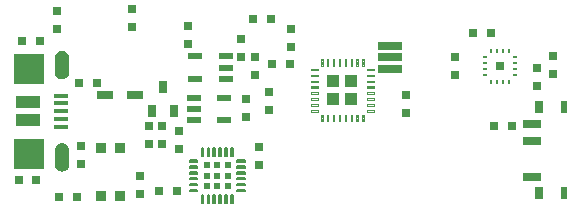
<source format=gbr>
G04 EAGLE Gerber RS-274X export*
G75*
%MOMM*%
%FSLAX34Y34*%
%LPD*%
%INSolderpaste Top*%
%IPPOS*%
%AMOC8*
5,1,8,0,0,1.08239X$1,22.5*%
G01*
%ADD10R,0.800000X0.800000*%
%ADD11R,1.200000X0.550000*%
%ADD12R,1.350000X0.800000*%
%ADD13R,0.900000X0.900000*%
%ADD14R,0.600000X0.600000*%
%ADD15C,0.140000*%
%ADD16R,2.500000X2.500000*%
%ADD17R,1.250000X0.300000*%
%ADD18R,2.000000X1.000000*%
%ADD19R,0.635000X1.016000*%
%ADD20R,1.016000X1.016000*%
%ADD21C,0.125000*%
%ADD22R,1.500000X0.700000*%
%ADD23R,0.600000X1.000000*%
%ADD24R,0.800000X1.000000*%
%ADD25R,0.711200X0.711200*%
%ADD26R,0.250000X0.400000*%
%ADD27R,0.400000X0.250000*%
%ADD28R,2.000000X0.700000*%

G36*
X48468Y141173D02*
X48468Y141173D01*
X49742Y141373D01*
X49789Y141390D01*
X49879Y141411D01*
X51075Y141889D01*
X51118Y141916D01*
X51201Y141956D01*
X52261Y142688D01*
X52297Y142724D01*
X52368Y142782D01*
X53239Y143732D01*
X53266Y143774D01*
X53323Y143847D01*
X53960Y144967D01*
X53977Y145014D01*
X54016Y145097D01*
X54389Y146331D01*
X54394Y146381D01*
X54414Y146471D01*
X54503Y147756D01*
X54501Y147776D01*
X54504Y147800D01*
X54504Y158800D01*
X54502Y158815D01*
X54503Y158835D01*
X54442Y159961D01*
X54431Y160008D01*
X54423Y160084D01*
X54142Y161177D01*
X54122Y161221D01*
X54100Y161294D01*
X53612Y162311D01*
X53584Y162350D01*
X53547Y162417D01*
X52870Y163320D01*
X52835Y163353D01*
X52786Y163411D01*
X51946Y164164D01*
X51905Y164190D01*
X51845Y164238D01*
X50874Y164812D01*
X50829Y164829D01*
X50762Y164865D01*
X49697Y165239D01*
X49650Y165247D01*
X49577Y165269D01*
X48460Y165428D01*
X48432Y165427D01*
X48280Y165428D01*
X47164Y165269D01*
X47118Y165254D01*
X47043Y165239D01*
X45978Y164865D01*
X45936Y164841D01*
X45866Y164812D01*
X44895Y164238D01*
X44858Y164206D01*
X44794Y164164D01*
X43954Y163411D01*
X43925Y163374D01*
X43870Y163320D01*
X43193Y162417D01*
X43171Y162374D01*
X43128Y162311D01*
X42640Y161294D01*
X42627Y161247D01*
X42598Y161177D01*
X42317Y160084D01*
X42314Y160036D01*
X42298Y159961D01*
X42237Y158835D01*
X42239Y158819D01*
X42236Y158800D01*
X42236Y147800D01*
X42239Y147785D01*
X42237Y147765D01*
X42298Y146639D01*
X42310Y146592D01*
X42317Y146516D01*
X42598Y145423D01*
X42618Y145379D01*
X42640Y145306D01*
X43128Y144289D01*
X43157Y144250D01*
X43193Y144183D01*
X43870Y143280D01*
X43905Y143247D01*
X43954Y143189D01*
X44794Y142436D01*
X44835Y142410D01*
X44895Y142362D01*
X45866Y141788D01*
X45911Y141771D01*
X45978Y141735D01*
X47043Y141361D01*
X47090Y141353D01*
X47164Y141331D01*
X48280Y141172D01*
X48281Y141172D01*
X48468Y141173D01*
G37*
G36*
X48468Y63173D02*
X48468Y63173D01*
X49742Y63373D01*
X49789Y63390D01*
X49879Y63411D01*
X51075Y63889D01*
X51118Y63916D01*
X51201Y63956D01*
X52261Y64688D01*
X52297Y64724D01*
X52368Y64782D01*
X53239Y65732D01*
X53266Y65774D01*
X53323Y65847D01*
X53960Y66967D01*
X53977Y67014D01*
X54016Y67097D01*
X54389Y68331D01*
X54394Y68381D01*
X54414Y68471D01*
X54503Y69756D01*
X54501Y69776D01*
X54504Y69800D01*
X54504Y80800D01*
X54502Y80815D01*
X54503Y80835D01*
X54442Y81961D01*
X54431Y82008D01*
X54423Y82084D01*
X54142Y83177D01*
X54122Y83221D01*
X54100Y83294D01*
X53612Y84311D01*
X53584Y84350D01*
X53547Y84417D01*
X52870Y85320D01*
X52835Y85353D01*
X52786Y85411D01*
X51946Y86164D01*
X51905Y86190D01*
X51845Y86238D01*
X50874Y86812D01*
X50829Y86829D01*
X50762Y86865D01*
X49697Y87239D01*
X49650Y87247D01*
X49577Y87269D01*
X48460Y87428D01*
X48432Y87427D01*
X48280Y87428D01*
X47164Y87269D01*
X47118Y87254D01*
X47043Y87239D01*
X45978Y86865D01*
X45936Y86841D01*
X45866Y86812D01*
X44895Y86238D01*
X44858Y86206D01*
X44794Y86164D01*
X43954Y85411D01*
X43925Y85374D01*
X43870Y85320D01*
X43193Y84417D01*
X43171Y84374D01*
X43128Y84311D01*
X42640Y83294D01*
X42627Y83247D01*
X42598Y83177D01*
X42317Y82084D01*
X42314Y82036D01*
X42298Y81961D01*
X42237Y80835D01*
X42239Y80819D01*
X42236Y80800D01*
X42236Y69800D01*
X42239Y69785D01*
X42237Y69765D01*
X42298Y68639D01*
X42310Y68592D01*
X42317Y68516D01*
X42598Y67423D01*
X42618Y67379D01*
X42640Y67306D01*
X43128Y66289D01*
X43157Y66250D01*
X43193Y66183D01*
X43870Y65280D01*
X43905Y65247D01*
X43954Y65189D01*
X44794Y64436D01*
X44835Y64410D01*
X44895Y64362D01*
X45866Y63788D01*
X45911Y63771D01*
X45978Y63735D01*
X47043Y63361D01*
X47090Y63353D01*
X47164Y63331D01*
X48280Y63172D01*
X48281Y63172D01*
X48468Y63173D01*
G37*
D10*
X200260Y160070D03*
X200260Y175310D03*
D11*
X186991Y141630D03*
X186991Y151130D03*
X186991Y160630D03*
X160989Y160630D03*
X160989Y141630D03*
D12*
X84455Y128270D03*
X109855Y128270D03*
D11*
X159719Y125705D03*
X159719Y116205D03*
X159719Y106705D03*
X185721Y106705D03*
X185721Y125705D03*
D10*
X11550Y55880D03*
X26550Y55880D03*
X45720Y41910D03*
X60960Y41910D03*
X154940Y186690D03*
X154940Y171450D03*
D13*
X97535Y42365D03*
X97535Y83365D03*
X81535Y42365D03*
X81535Y83365D03*
D10*
X29725Y173355D03*
X14725Y173355D03*
X44450Y199390D03*
X44450Y184150D03*
D14*
X170705Y50690D03*
X179705Y59690D03*
X170705Y59690D03*
X170705Y68690D03*
X188705Y68690D03*
X188705Y50690D03*
X188705Y59690D03*
X179705Y68690D03*
X179705Y50690D03*
D15*
X163005Y72890D02*
X156405Y72890D01*
X163005Y72890D02*
X163005Y71490D01*
X156405Y71490D01*
X156405Y72890D01*
X156405Y72820D02*
X163005Y72820D01*
X163005Y67890D02*
X156405Y67890D01*
X163005Y67890D02*
X163005Y66490D01*
X156405Y66490D01*
X156405Y67890D01*
X156405Y67820D02*
X163005Y67820D01*
X163005Y62890D02*
X156405Y62890D01*
X163005Y62890D02*
X163005Y61490D01*
X156405Y61490D01*
X156405Y62890D01*
X156405Y62820D02*
X163005Y62820D01*
X163005Y57890D02*
X156405Y57890D01*
X163005Y57890D02*
X163005Y56490D01*
X156405Y56490D01*
X156405Y57890D01*
X156405Y57820D02*
X163005Y57820D01*
X163005Y52890D02*
X156405Y52890D01*
X163005Y52890D02*
X163005Y51490D01*
X156405Y51490D01*
X156405Y52890D01*
X156405Y52820D02*
X163005Y52820D01*
X163005Y47890D02*
X156405Y47890D01*
X163005Y47890D02*
X163005Y46490D01*
X156405Y46490D01*
X156405Y47890D01*
X156405Y47820D02*
X163005Y47820D01*
X167905Y42990D02*
X167905Y36390D01*
X166505Y36390D01*
X166505Y42990D01*
X167905Y42990D01*
X167905Y37720D02*
X166505Y37720D01*
X166505Y39050D02*
X167905Y39050D01*
X167905Y40380D02*
X166505Y40380D01*
X166505Y41710D02*
X167905Y41710D01*
X172905Y42990D02*
X172905Y36390D01*
X171505Y36390D01*
X171505Y42990D01*
X172905Y42990D01*
X172905Y37720D02*
X171505Y37720D01*
X171505Y39050D02*
X172905Y39050D01*
X172905Y40380D02*
X171505Y40380D01*
X171505Y41710D02*
X172905Y41710D01*
X177905Y42990D02*
X177905Y36390D01*
X176505Y36390D01*
X176505Y42990D01*
X177905Y42990D01*
X177905Y37720D02*
X176505Y37720D01*
X176505Y39050D02*
X177905Y39050D01*
X177905Y40380D02*
X176505Y40380D01*
X176505Y41710D02*
X177905Y41710D01*
X182905Y42990D02*
X182905Y36390D01*
X181505Y36390D01*
X181505Y42990D01*
X182905Y42990D01*
X182905Y37720D02*
X181505Y37720D01*
X181505Y39050D02*
X182905Y39050D01*
X182905Y40380D02*
X181505Y40380D01*
X181505Y41710D02*
X182905Y41710D01*
X187905Y42990D02*
X187905Y36390D01*
X186505Y36390D01*
X186505Y42990D01*
X187905Y42990D01*
X187905Y37720D02*
X186505Y37720D01*
X186505Y39050D02*
X187905Y39050D01*
X187905Y40380D02*
X186505Y40380D01*
X186505Y41710D02*
X187905Y41710D01*
X192905Y42990D02*
X192905Y36390D01*
X191505Y36390D01*
X191505Y42990D01*
X192905Y42990D01*
X192905Y37720D02*
X191505Y37720D01*
X191505Y39050D02*
X192905Y39050D01*
X192905Y40380D02*
X191505Y40380D01*
X191505Y41710D02*
X192905Y41710D01*
X196405Y46490D02*
X203005Y46490D01*
X196405Y46490D02*
X196405Y47890D01*
X203005Y47890D01*
X203005Y46490D01*
X203005Y47820D02*
X196405Y47820D01*
X196405Y51490D02*
X203005Y51490D01*
X196405Y51490D02*
X196405Y52890D01*
X203005Y52890D01*
X203005Y51490D01*
X203005Y52820D02*
X196405Y52820D01*
X196405Y56490D02*
X203005Y56490D01*
X196405Y56490D02*
X196405Y57890D01*
X203005Y57890D01*
X203005Y56490D01*
X203005Y57820D02*
X196405Y57820D01*
X196405Y61490D02*
X203005Y61490D01*
X196405Y61490D02*
X196405Y62890D01*
X203005Y62890D01*
X203005Y61490D01*
X203005Y62820D02*
X196405Y62820D01*
X196405Y66490D02*
X203005Y66490D01*
X196405Y66490D02*
X196405Y67890D01*
X203005Y67890D01*
X203005Y66490D01*
X203005Y67820D02*
X196405Y67820D01*
X196405Y71490D02*
X203005Y71490D01*
X196405Y71490D02*
X196405Y72890D01*
X203005Y72890D01*
X203005Y71490D01*
X203005Y72820D02*
X196405Y72820D01*
X191505Y76390D02*
X191505Y82990D01*
X192905Y82990D01*
X192905Y76390D01*
X191505Y76390D01*
X191505Y77720D02*
X192905Y77720D01*
X192905Y79050D02*
X191505Y79050D01*
X191505Y80380D02*
X192905Y80380D01*
X192905Y81710D02*
X191505Y81710D01*
X186505Y82990D02*
X186505Y76390D01*
X186505Y82990D02*
X187905Y82990D01*
X187905Y76390D01*
X186505Y76390D01*
X186505Y77720D02*
X187905Y77720D01*
X187905Y79050D02*
X186505Y79050D01*
X186505Y80380D02*
X187905Y80380D01*
X187905Y81710D02*
X186505Y81710D01*
X181505Y82990D02*
X181505Y76390D01*
X181505Y82990D02*
X182905Y82990D01*
X182905Y76390D01*
X181505Y76390D01*
X181505Y77720D02*
X182905Y77720D01*
X182905Y79050D02*
X181505Y79050D01*
X181505Y80380D02*
X182905Y80380D01*
X182905Y81710D02*
X181505Y81710D01*
X176505Y82990D02*
X176505Y76390D01*
X176505Y82990D02*
X177905Y82990D01*
X177905Y76390D01*
X176505Y76390D01*
X176505Y77720D02*
X177905Y77720D01*
X177905Y79050D02*
X176505Y79050D01*
X176505Y80380D02*
X177905Y80380D01*
X177905Y81710D02*
X176505Y81710D01*
X171505Y82990D02*
X171505Y76390D01*
X171505Y82990D02*
X172905Y82990D01*
X172905Y76390D01*
X171505Y76390D01*
X171505Y77720D02*
X172905Y77720D01*
X172905Y79050D02*
X171505Y79050D01*
X171505Y80380D02*
X172905Y80380D01*
X172905Y81710D02*
X171505Y81710D01*
X166505Y82990D02*
X166505Y76390D01*
X166505Y82990D02*
X167905Y82990D01*
X167905Y76390D01*
X166505Y76390D01*
X166505Y77720D02*
X167905Y77720D01*
X167905Y79050D02*
X166505Y79050D01*
X166505Y80380D02*
X167905Y80380D01*
X167905Y81710D02*
X166505Y81710D01*
D16*
X20370Y150300D03*
X20370Y78300D03*
D17*
X47120Y127300D03*
X47120Y120800D03*
X47120Y114300D03*
X47120Y107800D03*
X47120Y101300D03*
D18*
X19370Y121800D03*
X19370Y106800D03*
D10*
X225425Y192405D03*
X210185Y192405D03*
X64770Y69723D03*
X64770Y84963D03*
D19*
X124485Y114460D03*
X143485Y114460D03*
X133985Y134460D03*
D10*
X211455Y160020D03*
X211455Y144780D03*
X114300Y59055D03*
X114300Y43815D03*
X204470Y109220D03*
X204470Y124460D03*
X339725Y113030D03*
X339725Y128270D03*
X226060Y154305D03*
X241300Y154305D03*
X241935Y183515D03*
X241935Y168275D03*
D20*
X293370Y124460D03*
X278130Y124460D03*
X293370Y139700D03*
X278130Y139700D03*
D21*
X306375Y115205D02*
X312125Y115205D01*
X312125Y113955D01*
X306375Y113955D01*
X306375Y115205D01*
X306375Y115142D02*
X312125Y115142D01*
X312125Y120205D02*
X306375Y120205D01*
X312125Y120205D02*
X312125Y118955D01*
X306375Y118955D01*
X306375Y120205D01*
X306375Y120142D02*
X312125Y120142D01*
X312125Y125205D02*
X306375Y125205D01*
X312125Y125205D02*
X312125Y123955D01*
X306375Y123955D01*
X306375Y125205D01*
X306375Y125142D02*
X312125Y125142D01*
X312125Y130205D02*
X306375Y130205D01*
X312125Y130205D02*
X312125Y128955D01*
X306375Y128955D01*
X306375Y130205D01*
X306375Y130142D02*
X312125Y130142D01*
X312125Y135205D02*
X306375Y135205D01*
X312125Y135205D02*
X312125Y133955D01*
X306375Y133955D01*
X306375Y135205D01*
X306375Y135142D02*
X312125Y135142D01*
X312125Y140205D02*
X306375Y140205D01*
X312125Y140205D02*
X312125Y138955D01*
X306375Y138955D01*
X306375Y140205D01*
X306375Y140142D02*
X312125Y140142D01*
X312125Y145205D02*
X306375Y145205D01*
X312125Y145205D02*
X312125Y143955D01*
X306375Y143955D01*
X306375Y145205D01*
X306375Y145142D02*
X312125Y145142D01*
X312125Y150205D02*
X306375Y150205D01*
X312125Y150205D02*
X312125Y148955D01*
X306375Y148955D01*
X306375Y150205D01*
X306375Y150142D02*
X312125Y150142D01*
X303875Y158455D02*
X302625Y158455D01*
X303875Y158455D02*
X303875Y152705D01*
X302625Y152705D01*
X302625Y158455D01*
X302625Y153892D02*
X303875Y153892D01*
X303875Y155079D02*
X302625Y155079D01*
X302625Y156266D02*
X303875Y156266D01*
X303875Y157453D02*
X302625Y157453D01*
X298875Y158455D02*
X297625Y158455D01*
X298875Y158455D02*
X298875Y152705D01*
X297625Y152705D01*
X297625Y158455D01*
X297625Y153892D02*
X298875Y153892D01*
X298875Y155079D02*
X297625Y155079D01*
X297625Y156266D02*
X298875Y156266D01*
X298875Y157453D02*
X297625Y157453D01*
X293875Y158455D02*
X292625Y158455D01*
X293875Y158455D02*
X293875Y152705D01*
X292625Y152705D01*
X292625Y158455D01*
X292625Y153892D02*
X293875Y153892D01*
X293875Y155079D02*
X292625Y155079D01*
X292625Y156266D02*
X293875Y156266D01*
X293875Y157453D02*
X292625Y157453D01*
X288875Y158455D02*
X287625Y158455D01*
X288875Y158455D02*
X288875Y152705D01*
X287625Y152705D01*
X287625Y158455D01*
X287625Y153892D02*
X288875Y153892D01*
X288875Y155079D02*
X287625Y155079D01*
X287625Y156266D02*
X288875Y156266D01*
X288875Y157453D02*
X287625Y157453D01*
X283875Y158455D02*
X282625Y158455D01*
X283875Y158455D02*
X283875Y152705D01*
X282625Y152705D01*
X282625Y158455D01*
X282625Y153892D02*
X283875Y153892D01*
X283875Y155079D02*
X282625Y155079D01*
X282625Y156266D02*
X283875Y156266D01*
X283875Y157453D02*
X282625Y157453D01*
X278875Y158455D02*
X277625Y158455D01*
X278875Y158455D02*
X278875Y152705D01*
X277625Y152705D01*
X277625Y158455D01*
X277625Y153892D02*
X278875Y153892D01*
X278875Y155079D02*
X277625Y155079D01*
X277625Y156266D02*
X278875Y156266D01*
X278875Y157453D02*
X277625Y157453D01*
X273875Y158455D02*
X272625Y158455D01*
X273875Y158455D02*
X273875Y152705D01*
X272625Y152705D01*
X272625Y158455D01*
X272625Y153892D02*
X273875Y153892D01*
X273875Y155079D02*
X272625Y155079D01*
X272625Y156266D02*
X273875Y156266D01*
X273875Y157453D02*
X272625Y157453D01*
X268875Y158455D02*
X267625Y158455D01*
X268875Y158455D02*
X268875Y152705D01*
X267625Y152705D01*
X267625Y158455D01*
X267625Y153892D02*
X268875Y153892D01*
X268875Y155079D02*
X267625Y155079D01*
X267625Y156266D02*
X268875Y156266D01*
X268875Y157453D02*
X267625Y157453D01*
X265125Y150205D02*
X259375Y150205D01*
X265125Y150205D02*
X265125Y148955D01*
X259375Y148955D01*
X259375Y150205D01*
X259375Y150142D02*
X265125Y150142D01*
X265125Y145205D02*
X259375Y145205D01*
X265125Y145205D02*
X265125Y143955D01*
X259375Y143955D01*
X259375Y145205D01*
X259375Y145142D02*
X265125Y145142D01*
X265125Y140205D02*
X259375Y140205D01*
X265125Y140205D02*
X265125Y138955D01*
X259375Y138955D01*
X259375Y140205D01*
X259375Y140142D02*
X265125Y140142D01*
X265125Y135205D02*
X259375Y135205D01*
X265125Y135205D02*
X265125Y133955D01*
X259375Y133955D01*
X259375Y135205D01*
X259375Y135142D02*
X265125Y135142D01*
X265125Y130205D02*
X259375Y130205D01*
X265125Y130205D02*
X265125Y128955D01*
X259375Y128955D01*
X259375Y130205D01*
X259375Y130142D02*
X265125Y130142D01*
X265125Y125205D02*
X259375Y125205D01*
X265125Y125205D02*
X265125Y123955D01*
X259375Y123955D01*
X259375Y125205D01*
X259375Y125142D02*
X265125Y125142D01*
X265125Y120205D02*
X259375Y120205D01*
X265125Y120205D02*
X265125Y118955D01*
X259375Y118955D01*
X259375Y120205D01*
X259375Y120142D02*
X265125Y120142D01*
X265125Y115205D02*
X259375Y115205D01*
X265125Y115205D02*
X265125Y113955D01*
X259375Y113955D01*
X259375Y115205D01*
X259375Y115142D02*
X265125Y115142D01*
X267625Y111455D02*
X268875Y111455D01*
X268875Y105705D01*
X267625Y105705D01*
X267625Y111455D01*
X267625Y106892D02*
X268875Y106892D01*
X268875Y108079D02*
X267625Y108079D01*
X267625Y109266D02*
X268875Y109266D01*
X268875Y110453D02*
X267625Y110453D01*
X272625Y111455D02*
X273875Y111455D01*
X273875Y105705D01*
X272625Y105705D01*
X272625Y111455D01*
X272625Y106892D02*
X273875Y106892D01*
X273875Y108079D02*
X272625Y108079D01*
X272625Y109266D02*
X273875Y109266D01*
X273875Y110453D02*
X272625Y110453D01*
X277625Y111455D02*
X278875Y111455D01*
X278875Y105705D01*
X277625Y105705D01*
X277625Y111455D01*
X277625Y106892D02*
X278875Y106892D01*
X278875Y108079D02*
X277625Y108079D01*
X277625Y109266D02*
X278875Y109266D01*
X278875Y110453D02*
X277625Y110453D01*
X282625Y111455D02*
X283875Y111455D01*
X283875Y105705D01*
X282625Y105705D01*
X282625Y111455D01*
X282625Y106892D02*
X283875Y106892D01*
X283875Y108079D02*
X282625Y108079D01*
X282625Y109266D02*
X283875Y109266D01*
X283875Y110453D02*
X282625Y110453D01*
X287625Y111455D02*
X288875Y111455D01*
X288875Y105705D01*
X287625Y105705D01*
X287625Y111455D01*
X287625Y106892D02*
X288875Y106892D01*
X288875Y108079D02*
X287625Y108079D01*
X287625Y109266D02*
X288875Y109266D01*
X288875Y110453D02*
X287625Y110453D01*
X292625Y111455D02*
X293875Y111455D01*
X293875Y105705D01*
X292625Y105705D01*
X292625Y111455D01*
X292625Y106892D02*
X293875Y106892D01*
X293875Y108079D02*
X292625Y108079D01*
X292625Y109266D02*
X293875Y109266D01*
X293875Y110453D02*
X292625Y110453D01*
X297625Y111455D02*
X298875Y111455D01*
X298875Y105705D01*
X297625Y105705D01*
X297625Y111455D01*
X297625Y106892D02*
X298875Y106892D01*
X298875Y108079D02*
X297625Y108079D01*
X297625Y109266D02*
X298875Y109266D01*
X298875Y110453D02*
X297625Y110453D01*
X302625Y111455D02*
X303875Y111455D01*
X303875Y105705D01*
X302625Y105705D01*
X302625Y111455D01*
X302625Y106892D02*
X303875Y106892D01*
X303875Y108079D02*
X302625Y108079D01*
X302625Y109266D02*
X303875Y109266D01*
X303875Y110453D02*
X302625Y110453D01*
D10*
X215265Y68580D03*
X215265Y83820D03*
X62865Y138430D03*
X78105Y138430D03*
X223317Y130921D03*
X223317Y115681D03*
X145415Y46990D03*
X130175Y46990D03*
X121920Y86360D03*
X121920Y101600D03*
X133350Y86360D03*
X133350Y101600D03*
X147320Y97790D03*
X147320Y82550D03*
D22*
X446050Y103780D03*
X446050Y88780D03*
X446050Y58780D03*
D23*
X473550Y117780D03*
D24*
X452550Y117780D03*
D23*
X473550Y44780D03*
D24*
X452550Y44780D03*
D10*
X107696Y200660D03*
X107696Y185420D03*
X414020Y101600D03*
X429260Y101600D03*
D25*
X419100Y152400D03*
D26*
X426600Y165400D03*
X421600Y165400D03*
X416600Y165400D03*
X411600Y165400D03*
D27*
X406100Y159900D03*
X406100Y154900D03*
X406100Y149900D03*
X406100Y144900D03*
D26*
X411600Y139400D03*
X416600Y139400D03*
X421600Y139400D03*
X426600Y139400D03*
D27*
X432100Y144900D03*
X432100Y149900D03*
X432100Y154900D03*
X432100Y159900D03*
D10*
X381000Y160020D03*
X381000Y144780D03*
X411480Y180340D03*
X396240Y180340D03*
X464058Y160782D03*
X464058Y145542D03*
X450850Y151130D03*
X450850Y135890D03*
D28*
X326390Y149766D03*
X326390Y159766D03*
X326390Y169766D03*
M02*

</source>
